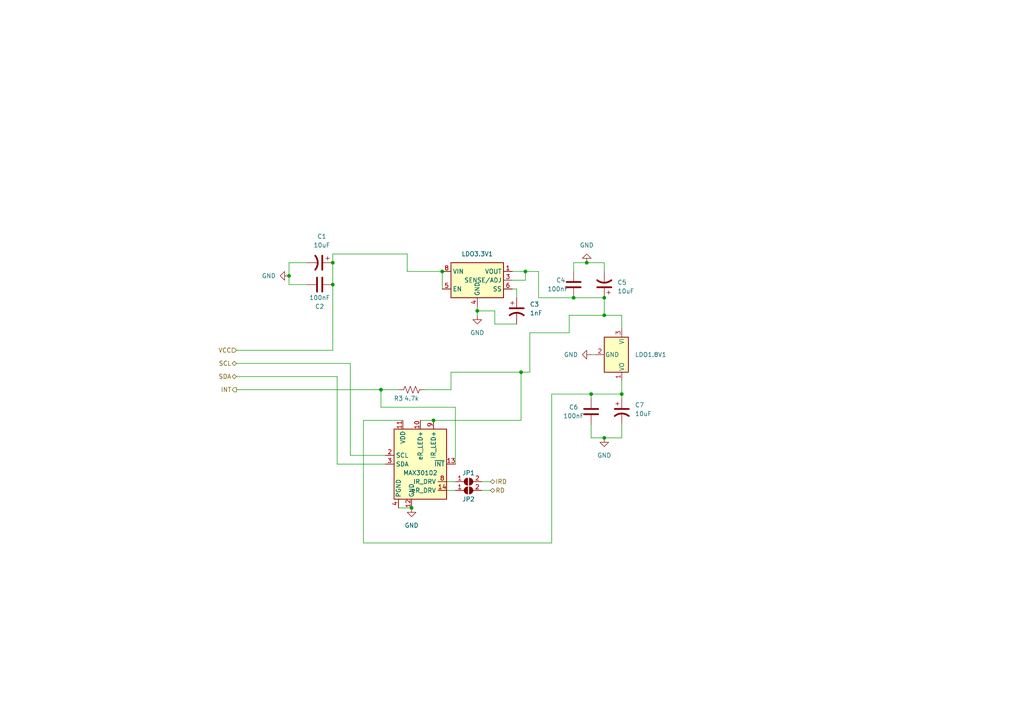
<source format=kicad_sch>
(kicad_sch (version 20230121) (generator eeschema)
  (paper "A4")
  (lib_symbols
    (symbol "Device:C" (pin_numbers hide) (pin_names (offset 0.254))
      (property "Reference" "C" (at 0.635 2.54 0))
      (property "Value" "C" (at 0.635 -2.54 0))
      (symbol "C_0_1"
        (polyline (pts (xy -2.032 -0.762) (xy 2.032 -0.762)) (stroke (width 0.508)))
        (polyline (pts (xy -2.032 0.762) (xy 2.032 0.762)) (stroke (width 0.508)))
      )
      (symbol "C_1_1"
        (pin passive line (at 0 3.81 270) (length 2.794) (name "~") (number "1"))
        (pin passive line (at 0 -3.81 90) (length 2.794) (name "~") (number "2"))
      )
    )
    (symbol "Device:C_Polarized_US" (pin_numbers hide) (pin_names (offset 0.254) hide)
      (property "Reference" "C" (at 0.635 2.54 0))
      (property "Value" "C_Polarized_US" (at 0.635 -2.54 0))
      (symbol "C_Polarized_US_0_1"
        (polyline (pts (xy -2.032 0.762) (xy 2.032 0.762)) (stroke (width 0.508)))
        (polyline (pts (xy -1.778 2.286) (xy -0.762 2.286)))
        (polyline (pts (xy -1.27 1.778) (xy -1.27 2.794)))
        (arc (start 2.032 -1.27) (mid 0 -0.5572) (end -2.032 -1.27) (stroke (width 0.508)))
      )
      (symbol "C_Polarized_US_1_1"
        (pin passive line (at 0 3.81 270) (length 2.794) (name "~") (number "1"))
        (pin passive line (at 0 -3.81 90) (length 3.302) (name "~") (number "2"))
      )
    )
    (symbol "Device:R_US" (pin_numbers hide) (pin_names (offset 0))
      (property "Reference" "R" (at 2.54 0 90))
      (property "Value" "R_US" (at -2.54 0 90))
      (symbol "R_US_0_1"
        (polyline (pts (xy 0 -2.286) (xy 0 -2.54)))
        (polyline (pts (xy 0 2.286) (xy 0 2.54)))
        (polyline (pts (xy 0 -0.762) (xy 1.016 -1.143) (xy 0 -1.524) (xy -1.016 -1.905) (xy 0 -2.286)))
        (polyline (pts (xy 0 0.762) (xy 1.016 0.381) (xy 0 0) (xy -1.016 -0.381) (xy 0 -0.762)))
        (polyline (pts (xy 0 2.286) (xy 1.016 1.905) (xy 0 1.524) (xy -1.016 1.143) (xy 0 0.762)))
      )
      (symbol "R_US_1_1"
        (pin passive line (at 0 3.81 270) (length 1.27) (name "~") (number "1"))
        (pin passive line (at 0 -3.81 90) (length 1.27) (name "~") (number "2"))
      )
    )
    (symbol "Lab_3:SolderJumper_2_Open" (pin_names (offset 0) hide)
      (property "Reference" "JP" (at 0 2.032 0))
      (property "Value" "SolderJumper_2_Open" (at 0 -2.54 0))
      (symbol "SolderJumper_2_Open_0_1"
        (arc (start -0.254 1.016) (mid -1.2656 0) (end -0.254 -1.016))
        (arc (start -0.254 1.016) (mid -1.2656 0) (end -0.254 -1.016) (fill (type outline)))
        (polyline (pts (xy -0.254 1.016) (xy -0.254 -1.016)))
        (polyline (pts (xy 0.254 1.016) (xy 0.254 -1.016)))
        (arc (start 0.254 -1.016) (mid 1.2656 0) (end 0.254 1.016))
        (arc (start 0.254 -1.016) (mid 1.2656 0) (end 0.254 1.016) (fill (type outline)))
      )
      (symbol "SolderJumper_2_Open_1_1"
        (pin passive line (at -3.81 0 0) (length 2.54) (name "A") (number "1"))
        (pin passive line (at 3.81 0 180) (length 2.54) (name "B") (number "2"))
      )
    )
    (symbol "Regulator_Linear:ADP7142ARDZ-3.3"
      (property "Reference" "LDO3.3V1" (at 0 7.62 0))
      (symbol "ADP7142ARDZ-3.3_0_1"
        (rectangle (start -7.62 5.08) (end 7.62 -5.08) (stroke (width 0.254)) (fill (type background)))
      )
      (symbol "ADP7142ARDZ-3.3_1_1"
        (pin passive line (at 10.16 2.54 180) (length 2.54) (name "VOUT") (number "1"))
        (pin passive line (at 10.16 2.54 180) (length 2.54) hide (name "VOUT") (number "2"))
        (pin input line (at 10.16 0 180) (length 2.54) (name "SENSE/ADJ") (number "3"))
        (pin power_in line (at 0 -7.62 90) (length 2.54) (name "GND") (number "4"))
        (pin input line (at -10.16 -2.54 0) (length 2.54) (name "EN") (number "5"))
        (pin passive line (at 10.16 -2.54 180) (length 2.54) (name "SS") (number "6"))
        (pin passive line (at -10.16 2.54 0) (length 2.54) hide (name "VIN") (number "7"))
        (pin power_in line (at -10.16 2.54 0) (length 2.54) (name "VIN") (number "8"))
        (pin passive line (at 0 -7.62 90) (length 2.54) hide (name "GND") (number "9"))
      )
    )
    (symbol "Regulator_Linear:AP130-18Y" (pin_names (offset 0.254))
      (property "Reference" "LDO1.8V1" (at 0 3.81 90))
      (symbol "AP130-18Y_0_1"
        (rectangle (start -5.08 1.905) (end 5.08 -5.08) (stroke (width 0.254)) (fill (type background)))
      )
      (symbol "AP130-18Y_1_1"
        (pin passive line (at 7.62 0 180) (length 2.54) (name "VO") (number "1"))
        (pin power_in line (at 0 -7.62 90) (length 2.54) (name "GND") (number "2"))
        (pin passive line (at -7.62 0 0) (length 2.54) (name "VI") (number "3"))
      )
    )
    (symbol "Sensor:MAX30102"
      (property "Value" "MAX30102" (at 0 -2.54 0))
      (symbol "MAX30102_0_1"
        (rectangle (start -7.62 10.16) (end 7.62 -10.16) (stroke (width 0.254)) (fill (type background)))
      )
      (symbol "MAX30102_1_1"
        (pin no_connect line (at -7.62 5.08 0) (length 2.54) hide (name "NC") (number "1"))
        (pin bidirectional line (at 0 12.7 270) (length 2.54) (name "eR_LED+") (number "10"))
        (pin passive line (at -5.08 12.7 270) (length 2.54) (name "VDD") (number "11"))
        (pin power_in line (at -2.54 -12.7 90) (length 2.54) (name "GND") (number "12"))
        (pin output line (at 10.16 0 180) (length 2.54) (name "~{INT}") (number "13"))
        (pin bidirectional line (at 7.62 -7.62 180) (length 2.54) (name "eR_DRV") (number "14"))
        (pin input line (at -10.16 2.54 0) (length 2.54) (name "SCL") (number "2"))
        (pin bidirectional line (at -10.16 0 0) (length 2.54) (name "SDA") (number "3"))
        (pin power_in line (at -6.35 -12.7 90) (length 2.54) (name "PGND") (number "4"))
        (pin no_connect line (at 7.62 -7.62 180) (length 2.54) hide (name "NC") (number "5"))
        (pin no_connect line (at 7.62 -5.08 180) (length 2.54) hide (name "NC") (number "6"))
        (pin no_connect line (at -7.62 -2.54 0) (length 2.54) hide (name "NC") (number "7"))
        (pin bidirectional line (at 7.62 -5.08 180) (length 2.54) (name "IR_DRV") (number "8"))
        (pin bidirectional line (at 3.81 12.7 270) (length 2.54) (name "IR_LED+") (number "9"))
      )
    )
    (symbol "power:GND" (power) (pin_names (offset 0))
      (property "Value" "GND" (at 0 -3.81 0))
      (symbol "GND_0_1"
        (polyline (pts (xy 0 0) (xy 0 -1.27) (xy 1.27 -1.27) (xy 0 -2.54) (xy -1.27 -1.27) (xy 0 -1.27)))
      )
      (symbol "GND_1_1"
        (pin power_in line (at 0 0 270) (length 0) hide (name "GND") (number "1"))
      )
    )
  )
  (junction (at 166.37 86.36))
  (junction (at 128.27 78.74))
  (junction (at 175.26 91.44))
  (junction (at 83.82 80.01))
  (junction (at 175.26 86.36))
  (junction (at 119.38 147.32))
  (junction (at 152.4 78.74))
  (junction (at 138.43 90.17))
  (junction (at 180.34 114.3))
  (junction (at 151.13 107.95))
  (junction (at 96.52 82.55))
  (junction (at 96.52 76.2))
  (junction (at 125.73 121.92))
  (junction (at 110.49 113.03))
  (junction (at 175.26 127))
  (junction (at 171.45 114.3))
  (junction (at 170.18 76.2))
  (wire (pts (xy 175.26 78.74) (xy 175.26 76.2)))
  (wire (pts (xy 143.51 93.98) (xy 143.51 90.17)))
  (wire (pts (xy 139.7 139.7) (xy 142.24 139.7)))
  (wire (pts (xy 180.34 110.49) (xy 180.34 114.3)))
  (wire (pts (xy 138.43 88.9) (xy 138.43 90.17)))
  (wire (pts (xy 170.18 76.2) (xy 175.26 76.2)))
  (wire (pts (xy 175.26 86.36) (xy 175.26 91.44)))
  (wire (pts (xy 118.11 78.74) (xy 118.11 73.66)))
  (wire (pts (xy 151.13 107.95) (xy 153.67 107.95)))
  (wire (pts (xy 149.86 83.82) (xy 149.86 86.36)))
  (wire (pts (xy 97.79 109.22) (xy 97.79 134.62)))
  (wire (pts (xy 130.81 113.03) (xy 123.19 113.03)))
  (wire (pts (xy 83.82 76.2) (xy 83.82 80.01)))
  (wire (pts (xy 68.58 105.41) (xy 101.6 105.41)))
  (wire (pts (xy 166.37 76.2) (xy 166.37 78.74)))
  (wire (pts (xy 88.9 82.55) (xy 83.82 82.55)))
  (wire (pts (xy 115.57 113.03) (xy 110.49 113.03)))
  (wire (pts (xy 152.4 78.74) (xy 148.59 78.74)))
  (wire (pts (xy 148.59 81.28) (xy 152.4 81.28)))
  (wire (pts (xy 156.21 78.74) (xy 152.4 78.74)))
  (wire (pts (xy 153.67 107.95) (xy 153.67 96.52)))
  (wire (pts (xy 149.86 93.98) (xy 143.51 93.98)))
  (wire (pts (xy 130.81 107.95) (xy 151.13 107.95)))
  (wire (pts (xy 101.6 105.41) (xy 101.6 132.08)))
  (wire (pts (xy 172.72 102.87) (xy 171.45 102.87)))
  (wire (pts (xy 165.1 96.52) (xy 165.1 91.44)))
  (wire (pts (xy 125.73 121.92) (xy 151.13 121.92)))
  (wire (pts (xy 180.34 91.44) (xy 180.34 95.25)))
  (wire (pts (xy 171.45 114.3) (xy 180.34 114.3)))
  (wire (pts (xy 160.02 114.3) (xy 171.45 114.3)))
  (wire (pts (xy 160.02 157.48) (xy 160.02 114.3)))
  (wire (pts (xy 88.9 76.2) (xy 83.82 76.2)))
  (wire (pts (xy 143.51 90.17) (xy 138.43 90.17)))
  (wire (pts (xy 96.52 73.66) (xy 96.52 76.2)))
  (wire (pts (xy 156.21 86.36) (xy 156.21 78.74)))
  (wire (pts (xy 116.84 121.92) (xy 105.41 121.92)))
  (wire (pts (xy 171.45 115.57) (xy 171.45 114.3)))
  (wire (pts (xy 105.41 157.48) (xy 160.02 157.48)))
  (wire (pts (xy 166.37 86.36) (xy 156.21 86.36)))
  (wire (pts (xy 171.45 123.19) (xy 171.45 127)))
  (wire (pts (xy 132.08 134.62) (xy 132.08 118.11)))
  (wire (pts (xy 180.34 123.19) (xy 180.34 127)))
  (wire (pts (xy 96.52 101.6) (xy 96.52 82.55)))
  (wire (pts (xy 121.92 121.92) (xy 125.73 121.92)))
  (wire (pts (xy 151.13 121.92) (xy 151.13 107.95)))
  (wire (pts (xy 128.27 78.74) (xy 118.11 78.74)))
  (wire (pts (xy 130.81 107.95) (xy 130.81 113.03)))
  (wire (pts (xy 83.82 82.55) (xy 83.82 80.01)))
  (wire (pts (xy 110.49 113.03) (xy 110.49 118.11)))
  (wire (pts (xy 129.54 142.24) (xy 132.08 142.24)))
  (wire (pts (xy 115.57 147.32) (xy 119.38 147.32)))
  (wire (pts (xy 129.54 139.7) (xy 132.08 139.7)))
  (wire (pts (xy 128.27 78.74) (xy 128.27 83.82)))
  (wire (pts (xy 118.11 73.66) (xy 96.52 73.66)))
  (wire (pts (xy 68.58 101.6) (xy 96.52 101.6)))
  (wire (pts (xy 139.7 142.24) (xy 142.24 142.24)))
  (wire (pts (xy 175.26 127) (xy 171.45 127)))
  (wire (pts (xy 180.34 114.3) (xy 180.34 115.57)))
  (wire (pts (xy 148.59 83.82) (xy 149.86 83.82)))
  (wire (pts (xy 180.34 91.44) (xy 175.26 91.44)))
  (wire (pts (xy 153.67 96.52) (xy 165.1 96.52)))
  (wire (pts (xy 68.58 109.22) (xy 97.79 109.22)))
  (wire (pts (xy 166.37 86.36) (xy 175.26 86.36)))
  (wire (pts (xy 101.6 132.08) (xy 111.76 132.08)))
  (wire (pts (xy 138.43 90.17) (xy 138.43 91.44)))
  (wire (pts (xy 68.58 113.03) (xy 110.49 113.03)))
  (wire (pts (xy 180.34 127) (xy 175.26 127)))
  (wire (pts (xy 132.08 118.11) (xy 110.49 118.11)))
  (wire (pts (xy 152.4 81.28) (xy 152.4 78.74)))
  (wire (pts (xy 105.41 121.92) (xy 105.41 157.48)))
  (wire (pts (xy 170.18 76.2) (xy 166.37 76.2)))
  (wire (pts (xy 165.1 91.44) (xy 175.26 91.44)))
  (wire (pts (xy 96.52 76.2) (xy 96.52 82.55)))
  (wire (pts (xy 97.79 134.62) (xy 111.76 134.62)))
  (hierarchical_label "VCC" (shape input) (at 68.58 101.6 180))
  (hierarchical_label "RD" (shape bidirectional) (at 142.24 142.24 0))
  (hierarchical_label "IRD" (shape bidirectional) (at 142.24 139.7 0))
  (hierarchical_label "SDA" (shape bidirectional) (at 68.58 109.22 180))
  (hierarchical_label "INT" (shape output) (at 68.58 113.03 180))
  (hierarchical_label "SCL" (shape bidirectional) (at 68.58 105.41 180))
  (symbol (lib_id "power:GND") (at 171.45 102.87 270) (unit 1)
    (property "Reference" "#PWR06" (effects hide))
    (property "Value" "GND" (at 167.64 102.87 90) (effects (justify right)))
  )
  (symbol (lib_id "Lab_3:SolderJumper_2_Open") (at 135.89 139.7 0) (unit 1)
    (property "Reference" "JP1" (at 135.89 137.16 0))
    (property "Value" "SolderJumper_2_Open" (effects hide))
    (property "Footprint" "Jumper:SolderJumper-2_P1.3mm_Open_TrianglePad1.0x1.5mm" (effects hide))
    (property "Sim.Device" "SW" (effects hide))
    (property "Sim.Type" "V" (effects hide))
    (property "Sim.Pins" "1=ctrl+ 2=ctrl-" (effects hide))
  )
  (symbol (lib_id "Device:R_US") (at 119.38 113.03 90) (unit 1)
    (property "Reference" "R3" (at 115.57 115.57 90))
    (property "Value" "4.7k" (at 119.38 115.57 90))
    (property "Footprint" "Resistor_SMD:R_0805_2012Metric" (effects hide))
  )
  (symbol (lib_id "power:GND") (at 170.18 76.2 180) (unit 1)
    (property "Reference" "#PWR05" (effects hide))
    (property "Value" "GND" (at 170.18 71.12 0))
  )
  (symbol (lib_id "Device:C") (at 171.45 119.38 180) (unit 1)
    (property "Reference" "C6" (at 166.37 118.11 0))
    (property "Value" "100nF" (at 166.37 120.65 0))
    (property "Footprint" "Resistor_SMD:R_0805_2012Metric" (effects hide))
  )
  (symbol (lib_id "Device:C_Polarized_US") (at 175.26 82.55 180) (unit 1)
    (property "Reference" "C5" (at 179.07 81.915 0) (effects (justify right)))
    (property "Value" "10uF" (at 179.07 84.455 0) (effects (justify right)))
    (property "Footprint" "Capacitor_SMD:CP_Elec_4x3" (effects hide))
  )
  (symbol (lib_id "power:GND") (at 138.43 91.44 0) (unit 1)
    (property "Reference" "#PWR02" (effects hide))
    (property "Value" "GND" (at 138.43 96.52 0))
  )
  (symbol (lib_id "power:GND") (at 175.26 127 0) (unit 1)
    (property "Reference" "#PWR07" (effects hide))
    (property "Value" "GND" (at 175.26 132.08 0))
  )
  (symbol (lib_id "Device:C") (at 166.37 82.55 0) (unit 1)
    (property "Reference" "C4" (at 161.29 81.28 0) (effects (justify left)))
    (property "Value" "100nF" (at 158.75 83.82 0) (effects (justify left)))
    (property "Footprint" "Resistor_SMD:R_0805_2012Metric" (effects hide))
  )
  (symbol (lib_id "power:GND") (at 119.38 147.32 0) (unit 1)
    (property "Reference" "#PWR08" (effects hide))
    (property "Value" "GND" (at 119.38 152.4 0))
  )
  (symbol (lib_id "Regulator_Linear:ADP7142ARDZ-3.3") (at 138.43 81.28 0) (unit 1)
    (property "Reference" "LDO3.3V1" (at 138.43 73.66 0))
    (property "Value" "ADP7142ARDZ-3.3" (effects hide))
    (property "Footprint" "Package_SO:SOIC-8-1EP_3.9x4.9mm_P1.27mm_EP2.29x3mm" (effects hide))
    (property "Datasheet" "https://www.analog.com/media/en/technical-documentation/data-sheets/ADP7142.pdf" (effects hide))
    (property "MFR(manufacturer)" "Analog Devices Inc." (effects hide))
    (property "MFR S/N" "ADP7142ARDZ-3.3-R7" (effects hide))
    (property "SUPPLIER 1" "Digikey" (effects hide))
    (property "SUPPLIER 1 S/N" "ADP7142ARDZ-3.3-R7CT-ND - Cut Tape (CT)" (effects hide))
    (property "Sim.Enable" "0" (effects hide))
  )
  (symbol (lib_id "power:GND") (at 83.82 80.01 270) (unit 1)
    (property "Reference" "#PWR01" (effects hide))
    (property "Value" "GND" (at 80.01 80.01 90) (effects (justify right)))
  )
  (symbol (lib_id "Device:C") (at 92.71 82.55 270) (unit 1)
    (property "Reference" "C2" (at 92.71 88.9 90))
    (property "Value" "100nF" (at 92.71 86.36 90))
    (property "Footprint" "Resistor_SMD:R_0805_2012Metric" (effects hide))
  )
  (symbol (lib_id "Sensor:MAX30102") (at 121.92 134.62 0) (unit 1)
    (property "Reference" "U1" (effects hide))
    (property "Value" "MAX30102" (at 121.92 137.16 0))
    (property "Footprint" "OptoDevice:Maxim_OLGA-14_3.3x5.6mm_P0.8mm" (effects hide))
    (property "Datasheet" "https://datasheets.maximintegrated.com/en/ds/MAX30102.pdf" (effects hide))
    (property "Sim.Enable" "0" (effects hide))
  )
  (symbol (lib_id "Device:C_Polarized_US") (at 180.34 119.38 0) (unit 1)
    (property "Reference" "C7" (at 184.15 117.475 0) (effects (justify left)))
    (property "Value" "10uF" (at 184.15 120.015 0) (effects (justify left)))
    (property "Footprint" "Capacitor_SMD:CP_Elec_4x3" (effects hide))
  )
  (symbol (lib_id "Lab_3:SolderJumper_2_Open") (at 135.89 142.24 0) (unit 1)
    (property "Reference" "JP2" (at 135.89 144.78 0))
    (property "Value" "SolderJumper_2_Open" (effects hide))
    (property "Footprint" "Jumper:SolderJumper-2_P1.3mm_Open_TrianglePad1.0x1.5mm" (effects hide))
    (property "Sim.Device" "SW" (effects hide))
    (property "Sim.Type" "V" (effects hide))
    (property "Sim.Pins" "1=ctrl+ 2=ctrl-" (effects hide))
  )
  (symbol (lib_id "Device:C_Polarized_US") (at 149.86 90.17 0) (unit 1)
    (property "Reference" "C3" (at 153.67 88.265 0) (effects (justify left)))
    (property "Value" "1nF" (at 153.67 90.805 0) (effects (justify left)))
    (property "Footprint" "Resistor_SMD:R_0805_2012Metric" (effects hide))
  )
  (symbol (lib_id "Device:C_Polarized_US") (at 92.71 76.2 270) (unit 1)
    (property "Reference" "C1" (at 93.345 68.58 90))
    (property "Value" "10uF" (at 93.345 71.12 90))
    (property "Footprint" "Capacitor_SMD:CP_Elec_4x3" (effects hide))
  )
  (symbol (lib_id "Regulator_Linear:AP130-18Y") (at 180.34 102.87 270) (unit 1)
    (property "Reference" "LDO1.8V1" (at 184.15 102.87 90) (effects (justify left)))
    (property "Value" "AP130-18Y" (effects hide))
    (property "Footprint" "Package_TO_SOT_SMD:SOT-89-3" (effects hide))
    (property "Datasheet" "https://www.diodes.com/assets/Datasheets/AP130.pdf" (effects hide))
    (property "Sim.Enable" "0" (effects hide))
  )
)
</source>
